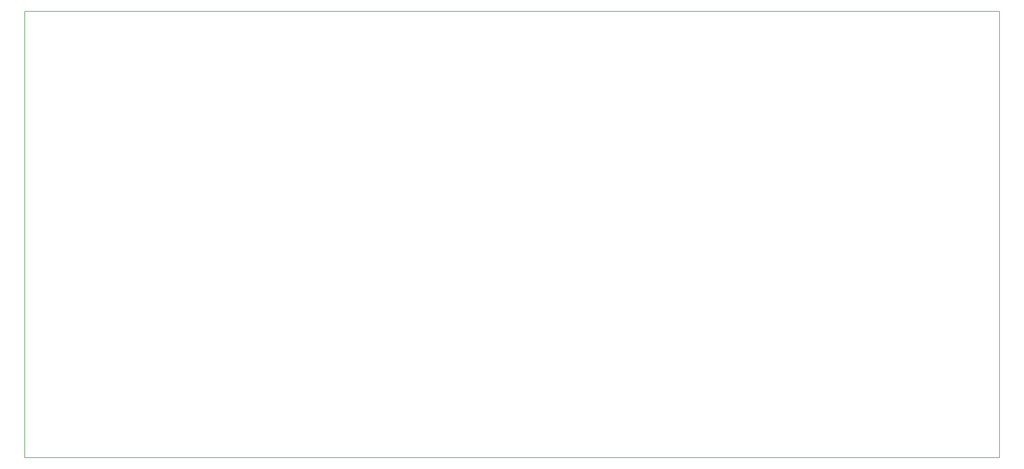
<source format=gbr>
%TF.GenerationSoftware,KiCad,Pcbnew,(5.1.5)-3*%
%TF.CreationDate,2020-04-08T11:38:33+01:00*%
%TF.ProjectId,PLL_v1,504c4c5f-7631-42e6-9b69-6361645f7063,rev?*%
%TF.SameCoordinates,Original*%
%TF.FileFunction,Profile,NP*%
%FSLAX46Y46*%
G04 Gerber Fmt 4.6, Leading zero omitted, Abs format (unit mm)*
G04 Created by KiCad (PCBNEW (5.1.5)-3) date 2020-04-08 11:38:33*
%MOMM*%
%LPD*%
G04 APERTURE LIST*
%ADD10C,0.150000*%
G04 APERTURE END LIST*
D10*
X345000000Y-169500000D02*
X345000000Y-36500000D01*
X55000000Y-169500000D02*
X345000000Y-169500000D01*
X55000000Y-36500000D02*
X55000000Y-169500000D01*
X345000000Y-36500000D02*
X55000000Y-36500000D01*
M02*

</source>
